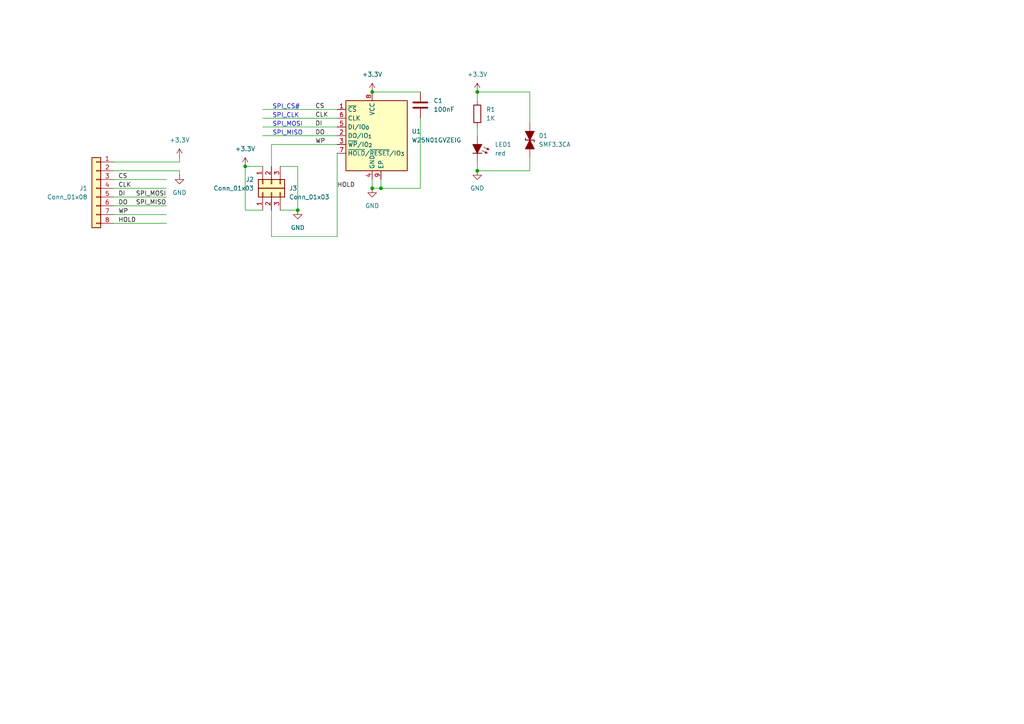
<source format=kicad_sch>
(kicad_sch
	(version 20250114)
	(generator "eeschema")
	(generator_version "9.0")
	(uuid "fcc0d5d0-ad92-4337-b08e-68b9b5859860")
	(paper "A4")
	(lib_symbols
		(symbol "Connector_Generic:Conn_01x03"
			(pin_names
				(offset 1.016)
				(hide yes)
			)
			(exclude_from_sim no)
			(in_bom yes)
			(on_board yes)
			(property "Reference" "J"
				(at 0 5.08 0)
				(effects
					(font
						(size 1.27 1.27)
					)
				)
			)
			(property "Value" "Conn_01x03"
				(at 0 -5.08 0)
				(effects
					(font
						(size 1.27 1.27)
					)
				)
			)
			(property "Footprint" ""
				(at 0 0 0)
				(effects
					(font
						(size 1.27 1.27)
					)
					(hide yes)
				)
			)
			(property "Datasheet" "~"
				(at 0 0 0)
				(effects
					(font
						(size 1.27 1.27)
					)
					(hide yes)
				)
			)
			(property "Description" "Generic connector, single row, 01x03, script generated (kicad-library-utils/schlib/autogen/connector/)"
				(at 0 0 0)
				(effects
					(font
						(size 1.27 1.27)
					)
					(hide yes)
				)
			)
			(property "ki_keywords" "connector"
				(at 0 0 0)
				(effects
					(font
						(size 1.27 1.27)
					)
					(hide yes)
				)
			)
			(property "ki_fp_filters" "Connector*:*_1x??_*"
				(at 0 0 0)
				(effects
					(font
						(size 1.27 1.27)
					)
					(hide yes)
				)
			)
			(symbol "Conn_01x03_1_1"
				(rectangle
					(start -1.27 3.81)
					(end 1.27 -3.81)
					(stroke
						(width 0.254)
						(type default)
					)
					(fill
						(type background)
					)
				)
				(rectangle
					(start -1.27 2.667)
					(end 0 2.413)
					(stroke
						(width 0.1524)
						(type default)
					)
					(fill
						(type none)
					)
				)
				(rectangle
					(start -1.27 0.127)
					(end 0 -0.127)
					(stroke
						(width 0.1524)
						(type default)
					)
					(fill
						(type none)
					)
				)
				(rectangle
					(start -1.27 -2.413)
					(end 0 -2.667)
					(stroke
						(width 0.1524)
						(type default)
					)
					(fill
						(type none)
					)
				)
				(pin passive line
					(at -5.08 2.54 0)
					(length 3.81)
					(name "Pin_1"
						(effects
							(font
								(size 1.27 1.27)
							)
						)
					)
					(number "1"
						(effects
							(font
								(size 1.27 1.27)
							)
						)
					)
				)
				(pin passive line
					(at -5.08 0 0)
					(length 3.81)
					(name "Pin_2"
						(effects
							(font
								(size 1.27 1.27)
							)
						)
					)
					(number "2"
						(effects
							(font
								(size 1.27 1.27)
							)
						)
					)
				)
				(pin passive line
					(at -5.08 -2.54 0)
					(length 3.81)
					(name "Pin_3"
						(effects
							(font
								(size 1.27 1.27)
							)
						)
					)
					(number "3"
						(effects
							(font
								(size 1.27 1.27)
							)
						)
					)
				)
			)
			(embedded_fonts no)
		)
		(symbol "Connector_Generic:Conn_01x08"
			(pin_names
				(offset 1.016)
				(hide yes)
			)
			(exclude_from_sim no)
			(in_bom yes)
			(on_board yes)
			(property "Reference" "J"
				(at 0 10.16 0)
				(effects
					(font
						(size 1.27 1.27)
					)
				)
			)
			(property "Value" "Conn_01x08"
				(at 0 -12.7 0)
				(effects
					(font
						(size 1.27 1.27)
					)
				)
			)
			(property "Footprint" ""
				(at 0 0 0)
				(effects
					(font
						(size 1.27 1.27)
					)
					(hide yes)
				)
			)
			(property "Datasheet" "~"
				(at 0 0 0)
				(effects
					(font
						(size 1.27 1.27)
					)
					(hide yes)
				)
			)
			(property "Description" "Generic connector, single row, 01x08, script generated (kicad-library-utils/schlib/autogen/connector/)"
				(at 0 0 0)
				(effects
					(font
						(size 1.27 1.27)
					)
					(hide yes)
				)
			)
			(property "ki_keywords" "connector"
				(at 0 0 0)
				(effects
					(font
						(size 1.27 1.27)
					)
					(hide yes)
				)
			)
			(property "ki_fp_filters" "Connector*:*_1x??_*"
				(at 0 0 0)
				(effects
					(font
						(size 1.27 1.27)
					)
					(hide yes)
				)
			)
			(symbol "Conn_01x08_1_1"
				(rectangle
					(start -1.27 8.89)
					(end 1.27 -11.43)
					(stroke
						(width 0.254)
						(type default)
					)
					(fill
						(type background)
					)
				)
				(rectangle
					(start -1.27 7.747)
					(end 0 7.493)
					(stroke
						(width 0.1524)
						(type default)
					)
					(fill
						(type none)
					)
				)
				(rectangle
					(start -1.27 5.207)
					(end 0 4.953)
					(stroke
						(width 0.1524)
						(type default)
					)
					(fill
						(type none)
					)
				)
				(rectangle
					(start -1.27 2.667)
					(end 0 2.413)
					(stroke
						(width 0.1524)
						(type default)
					)
					(fill
						(type none)
					)
				)
				(rectangle
					(start -1.27 0.127)
					(end 0 -0.127)
					(stroke
						(width 0.1524)
						(type default)
					)
					(fill
						(type none)
					)
				)
				(rectangle
					(start -1.27 -2.413)
					(end 0 -2.667)
					(stroke
						(width 0.1524)
						(type default)
					)
					(fill
						(type none)
					)
				)
				(rectangle
					(start -1.27 -4.953)
					(end 0 -5.207)
					(stroke
						(width 0.1524)
						(type default)
					)
					(fill
						(type none)
					)
				)
				(rectangle
					(start -1.27 -7.493)
					(end 0 -7.747)
					(stroke
						(width 0.1524)
						(type default)
					)
					(fill
						(type none)
					)
				)
				(rectangle
					(start -1.27 -10.033)
					(end 0 -10.287)
					(stroke
						(width 0.1524)
						(type default)
					)
					(fill
						(type none)
					)
				)
				(pin passive line
					(at -5.08 7.62 0)
					(length 3.81)
					(name "Pin_1"
						(effects
							(font
								(size 1.27 1.27)
							)
						)
					)
					(number "1"
						(effects
							(font
								(size 1.27 1.27)
							)
						)
					)
				)
				(pin passive line
					(at -5.08 5.08 0)
					(length 3.81)
					(name "Pin_2"
						(effects
							(font
								(size 1.27 1.27)
							)
						)
					)
					(number "2"
						(effects
							(font
								(size 1.27 1.27)
							)
						)
					)
				)
				(pin passive line
					(at -5.08 2.54 0)
					(length 3.81)
					(name "Pin_3"
						(effects
							(font
								(size 1.27 1.27)
							)
						)
					)
					(number "3"
						(effects
							(font
								(size 1.27 1.27)
							)
						)
					)
				)
				(pin passive line
					(at -5.08 0 0)
					(length 3.81)
					(name "Pin_4"
						(effects
							(font
								(size 1.27 1.27)
							)
						)
					)
					(number "4"
						(effects
							(font
								(size 1.27 1.27)
							)
						)
					)
				)
				(pin passive line
					(at -5.08 -2.54 0)
					(length 3.81)
					(name "Pin_5"
						(effects
							(font
								(size 1.27 1.27)
							)
						)
					)
					(number "5"
						(effects
							(font
								(size 1.27 1.27)
							)
						)
					)
				)
				(pin passive line
					(at -5.08 -5.08 0)
					(length 3.81)
					(name "Pin_6"
						(effects
							(font
								(size 1.27 1.27)
							)
						)
					)
					(number "6"
						(effects
							(font
								(size 1.27 1.27)
							)
						)
					)
				)
				(pin passive line
					(at -5.08 -7.62 0)
					(length 3.81)
					(name "Pin_7"
						(effects
							(font
								(size 1.27 1.27)
							)
						)
					)
					(number "7"
						(effects
							(font
								(size 1.27 1.27)
							)
						)
					)
				)
				(pin passive line
					(at -5.08 -10.16 0)
					(length 3.81)
					(name "Pin_8"
						(effects
							(font
								(size 1.27 1.27)
							)
						)
					)
					(number "8"
						(effects
							(font
								(size 1.27 1.27)
							)
						)
					)
				)
			)
			(embedded_fonts no)
		)
		(symbol "Library:SMF3.3CA"
			(pin_numbers
				(hide yes)
			)
			(pin_names
				(offset 1.016)
				(hide yes)
			)
			(exclude_from_sim no)
			(in_bom yes)
			(on_board yes)
			(property "Reference" "D"
				(at 0 5.08 0)
				(effects
					(font
						(size 1.27 1.27)
					)
				)
			)
			(property "Value" "SMF3.3CA"
				(at 0 2.54 0)
				(effects
					(font
						(size 1.27 1.27)
					)
				)
			)
			(property "Footprint" "PCM_Diode_SMD_AKL:D_SOD-123F"
				(at 0 0 0)
				(effects
					(font
						(size 1.27 1.27)
					)
					(hide yes)
				)
			)
			(property "Datasheet" "https://item.szlcsc.com/48682096.html?fromZone=s_s__%2522SMF3.3CA%2522&spm=sc.gb.xh1.zy.n___sc.it.hd.ss&lcsc_vid=RVRcUVYDElFdXlJeRAALAwJQTwNeBgZeQ1QMUwJSRlQxVlNSQVZWVV1VR1lXVTtW"
				(at 0 0 0)
				(effects
					(font
						(size 1.27 1.27)
					)
					(hide yes)
				)
			)
			(property "Description" "SOD-123F Bidirectional TVS Diode, 5V, 200W, Alternate KiCAD Library"
				(at 0 0 0)
				(effects
					(font
						(size 1.27 1.27)
					)
					(hide yes)
				)
			)
			(property "ki_keywords" "diode TVS bidirectional SMF-CA"
				(at 0 0 0)
				(effects
					(font
						(size 1.27 1.27)
					)
					(hide yes)
				)
			)
			(property "ki_fp_filters" "TO-???* *_Diode_* *SingleDiode* D_*"
				(at 0 0 0)
				(effects
					(font
						(size 1.27 1.27)
					)
					(hide yes)
				)
			)
			(symbol "SMF3.3CA_0_1"
				(polyline
					(pts
						(xy 0 1.27) (xy 0 -1.27)
					)
					(stroke
						(width 0.254)
						(type default)
					)
					(fill
						(type none)
					)
				)
				(polyline
					(pts
						(xy 0 1.27) (xy 0.508 1.27)
					)
					(stroke
						(width 0.254)
						(type default)
					)
					(fill
						(type none)
					)
				)
				(polyline
					(pts
						(xy 0 0) (xy -2.54 1.27) (xy -2.54 -1.27) (xy 0 0)
					)
					(stroke
						(width 0.254)
						(type default)
					)
					(fill
						(type outline)
					)
				)
				(polyline
					(pts
						(xy 0 -1.27) (xy -0.508 -1.27)
					)
					(stroke
						(width 0.254)
						(type default)
					)
					(fill
						(type none)
					)
				)
				(polyline
					(pts
						(xy 1.27 0) (xy -1.27 0)
					)
					(stroke
						(width 0)
						(type default)
					)
					(fill
						(type none)
					)
				)
				(polyline
					(pts
						(xy 2.54 1.27) (xy 2.54 -1.27) (xy 0 0) (xy 2.54 1.27)
					)
					(stroke
						(width 0.254)
						(type default)
					)
					(fill
						(type outline)
					)
				)
			)
			(symbol "SMF3.3CA_0_2"
				(polyline
					(pts
						(xy -3.81 -3.81) (xy 3.81 3.81)
					)
					(stroke
						(width 0)
						(type default)
					)
					(fill
						(type none)
					)
				)
				(polyline
					(pts
						(xy -1.778 -1.778) (xy -2.667 -0.889) (xy 0 0) (xy -0.889 -2.667) (xy -1.778 -1.778)
					)
					(stroke
						(width 0.254)
						(type default)
					)
					(fill
						(type outline)
					)
				)
				(polyline
					(pts
						(xy -0.889 0.889) (xy -1.27 0.508)
					)
					(stroke
						(width 0.254)
						(type default)
					)
					(fill
						(type none)
					)
				)
				(polyline
					(pts
						(xy -0.889 0.889) (xy 0.889 -0.889)
					)
					(stroke
						(width 0.254)
						(type default)
					)
					(fill
						(type none)
					)
				)
				(polyline
					(pts
						(xy 0.889 -0.889) (xy 1.27 -0.508)
					)
					(stroke
						(width 0.254)
						(type default)
					)
					(fill
						(type none)
					)
				)
				(polyline
					(pts
						(xy 1.778 1.778) (xy 2.667 0.889) (xy 0 0) (xy 0.889 2.667) (xy 1.778 1.778)
					)
					(stroke
						(width 0.254)
						(type default)
					)
					(fill
						(type outline)
					)
				)
			)
			(symbol "SMF3.3CA_1_1"
				(pin passive line
					(at -5.08 0 0)
					(length 2.54)
					(name "K"
						(effects
							(font
								(size 1.27 1.27)
							)
						)
					)
					(number "1"
						(effects
							(font
								(size 1.27 1.27)
							)
						)
					)
				)
				(pin passive line
					(at 5.08 0 180)
					(length 2.54)
					(name "A"
						(effects
							(font
								(size 1.27 1.27)
							)
						)
					)
					(number "2"
						(effects
							(font
								(size 1.27 1.27)
							)
						)
					)
				)
			)
			(symbol "SMF3.3CA_1_2"
				(pin passive line
					(at -3.81 -3.81 0)
					(length 0)
					(name "A"
						(effects
							(font
								(size 1.27 1.27)
							)
						)
					)
					(number "2"
						(effects
							(font
								(size 1.27 1.27)
							)
						)
					)
				)
				(pin passive line
					(at 3.81 3.81 180)
					(length 0)
					(name "K"
						(effects
							(font
								(size 1.27 1.27)
							)
						)
					)
					(number "1"
						(effects
							(font
								(size 1.27 1.27)
							)
						)
					)
				)
			)
			(embedded_fonts no)
		)
		(symbol "Library:W25N01GVZEIG"
			(exclude_from_sim no)
			(in_bom yes)
			(on_board yes)
			(property "Reference" "U"
				(at -6.35 11.43 0)
				(effects
					(font
						(size 1.27 1.27)
					)
				)
			)
			(property "Value" "W25N01GVZEIG"
				(at 7.62 11.43 0)
				(effects
					(font
						(size 1.27 1.27)
					)
				)
			)
			(property "Footprint" "Package_SON:WSON-8-1EP_8x6mm_P1.27mm_EP3.4x4.3mm"
				(at 0 0 0)
				(effects
					(font
						(size 1.27 1.27)
					)
					(hide yes)
				)
			)
			(property "Datasheet" "https://www.jlc-smt.com/lcsc/detail?componentCode=C88868"
				(at 0 -2.54 0)
				(effects
					(font
						(size 1.27 1.27)
					)
					(hide yes)
				)
			)
			(property "Description" "32Mbit / 4MiB Serial Flash Memory, Standard/Dual/Quad SPI, 2.7-3.6V, WSON-8"
				(at 0 0 0)
				(effects
					(font
						(size 1.27 1.27)
					)
					(hide yes)
				)
			)
			(property "ki_keywords" "flash memory SPI"
				(at 0 0 0)
				(effects
					(font
						(size 1.27 1.27)
					)
					(hide yes)
				)
			)
			(property "ki_fp_filters" "WSON*1EP*6x5mm*P1.27mm*"
				(at 0 0 0)
				(effects
					(font
						(size 1.27 1.27)
					)
					(hide yes)
				)
			)
			(symbol "W25N01GVZEIG_0_1"
				(rectangle
					(start -7.62 10.16)
					(end 10.16 -10.16)
					(stroke
						(width 0.254)
						(type default)
					)
					(fill
						(type background)
					)
				)
			)
			(symbol "W25N01GVZEIG_1_1"
				(pin input line
					(at -10.16 7.62 0)
					(length 2.54)
					(name "~{CS}"
						(effects
							(font
								(size 1.27 1.27)
							)
						)
					)
					(number "1"
						(effects
							(font
								(size 1.27 1.27)
							)
						)
					)
				)
				(pin input line
					(at -10.16 5.08 0)
					(length 2.54)
					(name "CLK"
						(effects
							(font
								(size 1.27 1.27)
							)
						)
					)
					(number "6"
						(effects
							(font
								(size 1.27 1.27)
							)
						)
					)
				)
				(pin bidirectional line
					(at -10.16 2.54 0)
					(length 2.54)
					(name "DI/IO_{0}"
						(effects
							(font
								(size 1.27 1.27)
							)
						)
					)
					(number "5"
						(effects
							(font
								(size 1.27 1.27)
							)
						)
					)
				)
				(pin bidirectional line
					(at -10.16 0 0)
					(length 2.54)
					(name "DO/IO_{1}"
						(effects
							(font
								(size 1.27 1.27)
							)
						)
					)
					(number "2"
						(effects
							(font
								(size 1.27 1.27)
							)
						)
					)
				)
				(pin bidirectional line
					(at -10.16 -2.54 0)
					(length 2.54)
					(name "~{WP}/IO_{2}"
						(effects
							(font
								(size 1.27 1.27)
							)
						)
					)
					(number "3"
						(effects
							(font
								(size 1.27 1.27)
							)
						)
					)
				)
				(pin bidirectional line
					(at -10.16 -5.08 0)
					(length 2.54)
					(name "~{HOLD}/~{RESET}/IO_{3}"
						(effects
							(font
								(size 1.27 1.27)
							)
						)
					)
					(number "7"
						(effects
							(font
								(size 1.27 1.27)
							)
						)
					)
				)
				(pin power_in line
					(at 0 12.7 270)
					(length 2.54)
					(name "VCC"
						(effects
							(font
								(size 1.27 1.27)
							)
						)
					)
					(number "8"
						(effects
							(font
								(size 1.27 1.27)
							)
						)
					)
				)
				(pin power_in line
					(at 0 -12.7 90)
					(length 2.54)
					(name "GND"
						(effects
							(font
								(size 1.27 1.27)
							)
						)
					)
					(number "4"
						(effects
							(font
								(size 1.27 1.27)
							)
						)
					)
				)
				(pin passive line
					(at 2.54 -12.7 90)
					(length 2.54)
					(name "EP"
						(effects
							(font
								(size 1.27 1.27)
							)
						)
					)
					(number "9"
						(effects
							(font
								(size 1.27 1.27)
							)
						)
					)
				)
			)
			(embedded_fonts no)
		)
		(symbol "PCM_Capacitor_AKL:C_1206"
			(pin_numbers
				(hide yes)
			)
			(pin_names
				(offset 0.254)
			)
			(exclude_from_sim no)
			(in_bom yes)
			(on_board yes)
			(property "Reference" "C"
				(at 0.635 2.54 0)
				(effects
					(font
						(size 1.27 1.27)
					)
					(justify left)
				)
			)
			(property "Value" "C_1206"
				(at 0.635 -2.54 0)
				(effects
					(font
						(size 1.27 1.27)
					)
					(justify left)
				)
			)
			(property "Footprint" "PCM_Capacitor_SMD_AKL:C_1206_3216Metric"
				(at 0.9652 -3.81 0)
				(effects
					(font
						(size 1.27 1.27)
					)
					(hide yes)
				)
			)
			(property "Datasheet" "~"
				(at 0 0 0)
				(effects
					(font
						(size 1.27 1.27)
					)
					(hide yes)
				)
			)
			(property "Description" "SMD 1206 MLCC capacitor, Alternate KiCad Library"
				(at 0 0 0)
				(effects
					(font
						(size 1.27 1.27)
					)
					(hide yes)
				)
			)
			(property "ki_keywords" "cap capacitor ceramic chip mlcc smd 1206"
				(at 0 0 0)
				(effects
					(font
						(size 1.27 1.27)
					)
					(hide yes)
				)
			)
			(property "ki_fp_filters" "C_*"
				(at 0 0 0)
				(effects
					(font
						(size 1.27 1.27)
					)
					(hide yes)
				)
			)
			(symbol "C_1206_0_1"
				(polyline
					(pts
						(xy -2.032 0.762) (xy 2.032 0.762)
					)
					(stroke
						(width 0.508)
						(type default)
					)
					(fill
						(type none)
					)
				)
				(polyline
					(pts
						(xy -2.032 -0.762) (xy 2.032 -0.762)
					)
					(stroke
						(width 0.508)
						(type default)
					)
					(fill
						(type none)
					)
				)
			)
			(symbol "C_1206_0_2"
				(polyline
					(pts
						(xy -2.54 -2.54) (xy -0.381 -0.381)
					)
					(stroke
						(width 0)
						(type default)
					)
					(fill
						(type none)
					)
				)
				(polyline
					(pts
						(xy -0.508 -0.508) (xy -1.651 0.635)
					)
					(stroke
						(width 0.508)
						(type default)
					)
					(fill
						(type none)
					)
				)
				(polyline
					(pts
						(xy -0.508 -0.508) (xy 0.635 -1.651)
					)
					(stroke
						(width 0.508)
						(type default)
					)
					(fill
						(type none)
					)
				)
				(polyline
					(pts
						(xy 0.381 0.381) (xy 2.54 2.54)
					)
					(stroke
						(width 0)
						(type default)
					)
					(fill
						(type none)
					)
				)
				(polyline
					(pts
						(xy 0.508 0.508) (xy -0.635 1.651)
					)
					(stroke
						(width 0.508)
						(type default)
					)
					(fill
						(type none)
					)
				)
				(polyline
					(pts
						(xy 0.508 0.508) (xy 1.651 -0.635)
					)
					(stroke
						(width 0.508)
						(type default)
					)
					(fill
						(type none)
					)
				)
			)
			(symbol "C_1206_1_1"
				(pin passive line
					(at 0 3.81 270)
					(length 2.794)
					(name "~"
						(effects
							(font
								(size 1.27 1.27)
							)
						)
					)
					(number "1"
						(effects
							(font
								(size 1.27 1.27)
							)
						)
					)
				)
				(pin passive line
					(at 0 -3.81 90)
					(length 2.794)
					(name "~"
						(effects
							(font
								(size 1.27 1.27)
							)
						)
					)
					(number "2"
						(effects
							(font
								(size 1.27 1.27)
							)
						)
					)
				)
			)
			(symbol "C_1206_1_2"
				(pin passive line
					(at -2.54 -2.54 90)
					(length 0)
					(name "~"
						(effects
							(font
								(size 1.27 1.27)
							)
						)
					)
					(number "2"
						(effects
							(font
								(size 1.27 1.27)
							)
						)
					)
				)
				(pin passive line
					(at 2.54 2.54 270)
					(length 0)
					(name "~"
						(effects
							(font
								(size 1.27 1.27)
							)
						)
					)
					(number "1"
						(effects
							(font
								(size 1.27 1.27)
							)
						)
					)
				)
			)
			(embedded_fonts no)
		)
		(symbol "PCM_LED_AKL:LED_1206"
			(pin_numbers
				(hide yes)
			)
			(pin_names
				(offset 1.016)
				(hide yes)
			)
			(exclude_from_sim no)
			(in_bom yes)
			(on_board yes)
			(property "Reference" "LED"
				(at 0 7.62 0)
				(effects
					(font
						(size 1.27 1.27)
					)
				)
			)
			(property "Value" "LED_1206"
				(at 0 5.08 0)
				(effects
					(font
						(size 1.27 1.27)
					)
				)
			)
			(property "Footprint" "PCM_LED_SMD_AKL:LED_1206_3216Metric"
				(at 0 0 0)
				(effects
					(font
						(size 1.27 1.27)
					)
					(hide yes)
				)
			)
			(property "Datasheet" "~"
				(at 0 0 0)
				(effects
					(font
						(size 1.27 1.27)
					)
					(hide yes)
				)
			)
			(property "Description" "SMD LED, 1206, Alternate KiCad Library"
				(at 0 0 0)
				(effects
					(font
						(size 1.27 1.27)
					)
					(hide yes)
				)
			)
			(property "ki_keywords" "LED diode generic smd 1206"
				(at 0 0 0)
				(effects
					(font
						(size 1.27 1.27)
					)
					(hide yes)
				)
			)
			(property "ki_fp_filters" "LED* LED_SMD:* LED_THT:*"
				(at 0 0 0)
				(effects
					(font
						(size 1.27 1.27)
					)
					(hide yes)
				)
			)
			(symbol "LED_1206_0_1"
				(polyline
					(pts
						(xy -1.27 1.27) (xy -1.27 -1.27) (xy 1.27 0) (xy -1.27 1.27)
					)
					(stroke
						(width 0.254)
						(type default)
					)
					(fill
						(type outline)
					)
				)
				(polyline
					(pts
						(xy -0.508 1.905) (xy 0.254 3.429)
					)
					(stroke
						(width 0.1524)
						(type default)
					)
					(fill
						(type none)
					)
				)
				(polyline
					(pts
						(xy 0 2.921) (xy -0.254 3.048)
					)
					(stroke
						(width 0.1524)
						(type default)
					)
					(fill
						(type none)
					)
				)
				(polyline
					(pts
						(xy 0 2.921) (xy 0.254 2.794)
					)
					(stroke
						(width 0.1524)
						(type default)
					)
					(fill
						(type none)
					)
				)
				(polyline
					(pts
						(xy 0.254 2.794) (xy -0.254 3.048) (xy 0.254 3.429) (xy 0.254 2.794)
					)
					(stroke
						(width 0.1524)
						(type default)
					)
					(fill
						(type outline)
					)
				)
				(polyline
					(pts
						(xy 0.508 1.397) (xy 1.27 2.921)
					)
					(stroke
						(width 0.1524)
						(type default)
					)
					(fill
						(type none)
					)
				)
				(polyline
					(pts
						(xy 1.016 2.413) (xy 0.762 2.54)
					)
					(stroke
						(width 0.1524)
						(type default)
					)
					(fill
						(type none)
					)
				)
				(polyline
					(pts
						(xy 1.016 2.413) (xy 1.27 2.286)
					)
					(stroke
						(width 0.1524)
						(type default)
					)
					(fill
						(type none)
					)
				)
				(polyline
					(pts
						(xy 1.27 2.286) (xy 0.762 2.54) (xy 1.27 2.921) (xy 1.27 2.286)
					)
					(stroke
						(width 0.1524)
						(type default)
					)
					(fill
						(type outline)
					)
				)
				(polyline
					(pts
						(xy 1.27 1.27) (xy 1.27 -1.27)
					)
					(stroke
						(width 0.254)
						(type default)
					)
					(fill
						(type none)
					)
				)
				(polyline
					(pts
						(xy 1.27 0) (xy -1.27 0)
					)
					(stroke
						(width 0)
						(type default)
					)
					(fill
						(type none)
					)
				)
			)
			(symbol "LED_1206_0_2"
				(polyline
					(pts
						(xy -2.54 -2.54) (xy 2.54 2.54)
					)
					(stroke
						(width 0)
						(type default)
					)
					(fill
						(type none)
					)
				)
				(polyline
					(pts
						(xy -2.159 2.413) (xy -2.286 1.778) (xy -1.6764 1.9812) (xy -2.159 2.413)
					)
					(stroke
						(width 0)
						(type default)
					)
					(fill
						(type outline)
					)
				)
				(polyline
					(pts
						(xy -1.651 0.889) (xy -2.159 2.413)
					)
					(stroke
						(width 0)
						(type default)
					)
					(fill
						(type none)
					)
				)
				(polyline
					(pts
						(xy -1.016 2.794) (xy -1.143 2.159) (xy -0.5334 2.3622) (xy -1.016 2.794)
					)
					(stroke
						(width 0)
						(type default)
					)
					(fill
						(type outline)
					)
				)
				(polyline
					(pts
						(xy -0.889 -0.889) (xy -1.778 0) (xy 0.889 0.889) (xy 0 -1.778) (xy -0.889 -0.889)
					)
					(stroke
						(width 0.254)
						(type default)
					)
					(fill
						(type outline)
					)
				)
				(polyline
					(pts
						(xy -0.508 1.27) (xy -1.016 2.794)
					)
					(stroke
						(width 0)
						(type default)
					)
					(fill
						(type none)
					)
				)
				(polyline
					(pts
						(xy 0 1.778) (xy 1.778 0)
					)
					(stroke
						(width 0.254)
						(type default)
					)
					(fill
						(type none)
					)
				)
			)
			(symbol "LED_1206_1_1"
				(pin passive line
					(at -3.81 0 0)
					(length 2.54)
					(name "A"
						(effects
							(font
								(size 1.27 1.27)
							)
						)
					)
					(number "2"
						(effects
							(font
								(size 1.27 1.27)
							)
						)
					)
				)
				(pin passive line
					(at 3.81 0 180)
					(length 2.54)
					(name "K"
						(effects
							(font
								(size 1.27 1.27)
							)
						)
					)
					(number "1"
						(effects
							(font
								(size 1.27 1.27)
							)
						)
					)
				)
			)
			(symbol "LED_1206_1_2"
				(pin passive line
					(at -2.54 -2.54 0)
					(length 0)
					(name "A"
						(effects
							(font
								(size 1.27 1.27)
							)
						)
					)
					(number "2"
						(effects
							(font
								(size 1.27 1.27)
							)
						)
					)
				)
				(pin passive line
					(at 2.54 2.54 180)
					(length 0)
					(name "K"
						(effects
							(font
								(size 1.27 1.27)
							)
						)
					)
					(number "1"
						(effects
							(font
								(size 1.27 1.27)
							)
						)
					)
				)
			)
			(embedded_fonts no)
		)
		(symbol "PCM_Resistor_AKL:R_1206"
			(pin_numbers
				(hide yes)
			)
			(pin_names
				(offset 0)
			)
			(exclude_from_sim no)
			(in_bom yes)
			(on_board yes)
			(property "Reference" "R"
				(at 2.54 1.27 0)
				(effects
					(font
						(size 1.27 1.27)
					)
					(justify left)
				)
			)
			(property "Value" "R_1206"
				(at 2.54 -1.27 0)
				(effects
					(font
						(size 1.27 1.27)
					)
					(justify left)
				)
			)
			(property "Footprint" "PCM_Resistor_SMD_AKL:R_1206_3216Metric"
				(at 0 -11.43 0)
				(effects
					(font
						(size 1.27 1.27)
					)
					(hide yes)
				)
			)
			(property "Datasheet" "~"
				(at 0 0 0)
				(effects
					(font
						(size 1.27 1.27)
					)
					(hide yes)
				)
			)
			(property "Description" "SMD 1206 Chip Resistor, European Symbol, Alternate KiCad Library"
				(at 0 0 0)
				(effects
					(font
						(size 1.27 1.27)
					)
					(hide yes)
				)
			)
			(property "ki_keywords" "R res resistor eu  smd 1206"
				(at 0 0 0)
				(effects
					(font
						(size 1.27 1.27)
					)
					(hide yes)
				)
			)
			(property "ki_fp_filters" "R_*"
				(at 0 0 0)
				(effects
					(font
						(size 1.27 1.27)
					)
					(hide yes)
				)
			)
			(symbol "R_1206_0_1"
				(rectangle
					(start -1.016 2.54)
					(end 1.016 -2.54)
					(stroke
						(width 0.254)
						(type default)
					)
					(fill
						(type none)
					)
				)
			)
			(symbol "R_1206_0_2"
				(polyline
					(pts
						(xy -2.54 -2.54) (xy -1.524 -1.524)
					)
					(stroke
						(width 0)
						(type default)
					)
					(fill
						(type none)
					)
				)
				(polyline
					(pts
						(xy 1.524 1.524) (xy 2.54 2.54)
					)
					(stroke
						(width 0)
						(type default)
					)
					(fill
						(type none)
					)
				)
				(polyline
					(pts
						(xy 1.524 1.524) (xy 0.889 2.159) (xy -2.159 -0.889) (xy -0.889 -2.159) (xy 2.159 0.889) (xy 1.524 1.524)
					)
					(stroke
						(width 0.254)
						(type default)
					)
					(fill
						(type none)
					)
				)
			)
			(symbol "R_1206_1_1"
				(pin passive line
					(at 0 3.81 270)
					(length 1.27)
					(name "~"
						(effects
							(font
								(size 1.27 1.27)
							)
						)
					)
					(number "1"
						(effects
							(font
								(size 1.27 1.27)
							)
						)
					)
				)
				(pin passive line
					(at 0 -3.81 90)
					(length 1.27)
					(name "~"
						(effects
							(font
								(size 1.27 1.27)
							)
						)
					)
					(number "2"
						(effects
							(font
								(size 1.27 1.27)
							)
						)
					)
				)
			)
			(symbol "R_1206_1_2"
				(pin passive line
					(at -2.54 -2.54 0)
					(length 0)
					(name ""
						(effects
							(font
								(size 1.27 1.27)
							)
						)
					)
					(number "2"
						(effects
							(font
								(size 1.27 1.27)
							)
						)
					)
				)
				(pin passive line
					(at 2.54 2.54 180)
					(length 0)
					(name ""
						(effects
							(font
								(size 1.27 1.27)
							)
						)
					)
					(number "1"
						(effects
							(font
								(size 1.27 1.27)
							)
						)
					)
				)
			)
			(embedded_fonts no)
		)
		(symbol "power:+3.3V"
			(power)
			(pin_numbers
				(hide yes)
			)
			(pin_names
				(offset 0)
				(hide yes)
			)
			(exclude_from_sim no)
			(in_bom yes)
			(on_board yes)
			(property "Reference" "#PWR"
				(at 0 -3.81 0)
				(effects
					(font
						(size 1.27 1.27)
					)
					(hide yes)
				)
			)
			(property "Value" "+3.3V"
				(at 0 3.556 0)
				(effects
					(font
						(size 1.27 1.27)
					)
				)
			)
			(property "Footprint" ""
				(at 0 0 0)
				(effects
					(font
						(size 1.27 1.27)
					)
					(hide yes)
				)
			)
			(property "Datasheet" ""
				(at 0 0 0)
				(effects
					(font
						(size 1.27 1.27)
					)
					(hide yes)
				)
			)
			(property "Description" "Power symbol creates a global label with name \"+3.3V\""
				(at 0 0 0)
				(effects
					(font
						(size 1.27 1.27)
					)
					(hide yes)
				)
			)
			(property "ki_keywords" "global power"
				(at 0 0 0)
				(effects
					(font
						(size 1.27 1.27)
					)
					(hide yes)
				)
			)
			(symbol "+3.3V_0_1"
				(polyline
					(pts
						(xy -0.762 1.27) (xy 0 2.54)
					)
					(stroke
						(width 0)
						(type default)
					)
					(fill
						(type none)
					)
				)
				(polyline
					(pts
						(xy 0 2.54) (xy 0.762 1.27)
					)
					(stroke
						(width 0)
						(type default)
					)
					(fill
						(type none)
					)
				)
				(polyline
					(pts
						(xy 0 0) (xy 0 2.54)
					)
					(stroke
						(width 0)
						(type default)
					)
					(fill
						(type none)
					)
				)
			)
			(symbol "+3.3V_1_1"
				(pin power_in line
					(at 0 0 90)
					(length 0)
					(name "~"
						(effects
							(font
								(size 1.27 1.27)
							)
						)
					)
					(number "1"
						(effects
							(font
								(size 1.27 1.27)
							)
						)
					)
				)
			)
			(embedded_fonts no)
		)
		(symbol "power:GND"
			(power)
			(pin_numbers
				(hide yes)
			)
			(pin_names
				(offset 0)
				(hide yes)
			)
			(exclude_from_sim no)
			(in_bom yes)
			(on_board yes)
			(property "Reference" "#PWR"
				(at 0 -6.35 0)
				(effects
					(font
						(size 1.27 1.27)
					)
					(hide yes)
				)
			)
			(property "Value" "GND"
				(at 0 -3.81 0)
				(effects
					(font
						(size 1.27 1.27)
					)
				)
			)
			(property "Footprint" ""
				(at 0 0 0)
				(effects
					(font
						(size 1.27 1.27)
					)
					(hide yes)
				)
			)
			(property "Datasheet" ""
				(at 0 0 0)
				(effects
					(font
						(size 1.27 1.27)
					)
					(hide yes)
				)
			)
			(property "Description" "Power symbol creates a global label with name \"GND\" , ground"
				(at 0 0 0)
				(effects
					(font
						(size 1.27 1.27)
					)
					(hide yes)
				)
			)
			(property "ki_keywords" "global power"
				(at 0 0 0)
				(effects
					(font
						(size 1.27 1.27)
					)
					(hide yes)
				)
			)
			(symbol "GND_0_1"
				(polyline
					(pts
						(xy 0 0) (xy 0 -1.27) (xy 1.27 -1.27) (xy 0 -2.54) (xy -1.27 -1.27) (xy 0 -1.27)
					)
					(stroke
						(width 0)
						(type default)
					)
					(fill
						(type none)
					)
				)
			)
			(symbol "GND_1_1"
				(pin power_in line
					(at 0 0 270)
					(length 0)
					(name "~"
						(effects
							(font
								(size 1.27 1.27)
							)
						)
					)
					(number "1"
						(effects
							(font
								(size 1.27 1.27)
							)
						)
					)
				)
			)
			(embedded_fonts no)
		)
	)
	(text "SPI_CS#"
		(exclude_from_sim no)
		(at 78.994 31.75 0)
		(effects
			(font
				(size 1.27 1.27)
			)
			(justify left bottom)
		)
		(uuid "172d764e-2b3c-4cb0-b8d4-78d6cabc610b")
	)
	(text "SPI_CLK"
		(exclude_from_sim no)
		(at 78.994 34.29 0)
		(effects
			(font
				(size 1.27 1.27)
			)
			(justify left bottom)
		)
		(uuid "240897e6-6431-4b57-9580-e3a8eef7c231")
	)
	(text "SPI_MOSI"
		(exclude_from_sim no)
		(at 78.994 36.83 0)
		(effects
			(font
				(size 1.27 1.27)
			)
			(justify left bottom)
		)
		(uuid "a3476cf2-dca4-4b78-a2b7-5882e7c0e92f")
	)
	(text "SPI_MISO"
		(exclude_from_sim no)
		(at 78.994 39.37 0)
		(effects
			(font
				(size 1.27 1.27)
			)
			(justify left bottom)
		)
		(uuid "afddcc6d-6541-486a-b7aa-20ad9917867d")
	)
	(junction
		(at 107.95 26.67)
		(diameter 0)
		(color 0 0 0 0)
		(uuid "0c39a37f-2648-46fe-8321-e8224df09908")
	)
	(junction
		(at 107.95 54.61)
		(diameter 0)
		(color 0 0 0 0)
		(uuid "527c7885-5539-4296-86c3-7ca508e84226")
	)
	(junction
		(at 138.43 49.53)
		(diameter 0)
		(color 0 0 0 0)
		(uuid "60e2ec4f-40ab-49a2-b39c-f13c3ff40371")
	)
	(junction
		(at 86.36 60.96)
		(diameter 0)
		(color 0 0 0 0)
		(uuid "61561c3b-4395-4bc0-8d6f-fa7d0023c94b")
	)
	(junction
		(at 71.12 48.26)
		(diameter 0)
		(color 0 0 0 0)
		(uuid "662495b1-556e-4456-848f-9ac7026fae99")
	)
	(junction
		(at 110.49 54.61)
		(diameter 0)
		(color 0 0 0 0)
		(uuid "73399546-a0b1-4e19-a994-cbb69258e616")
	)
	(junction
		(at 138.43 26.67)
		(diameter 0)
		(color 0 0 0 0)
		(uuid "8f48d90f-057d-45d4-9421-19f2c9c00228")
	)
	(wire
		(pts
			(xy 81.28 60.96) (xy 86.36 60.96)
		)
		(stroke
			(width 0)
			(type default)
		)
		(uuid "00a73ea0-59c6-48d9-9532-5a5c518f45c9")
	)
	(wire
		(pts
			(xy 78.74 68.58) (xy 78.74 60.96)
		)
		(stroke
			(width 0)
			(type default)
		)
		(uuid "12b617e2-6f04-4029-96dd-e11874ac48f7")
	)
	(wire
		(pts
			(xy 153.67 45.72) (xy 153.67 49.53)
		)
		(stroke
			(width 0)
			(type default)
		)
		(uuid "214c0491-e3d1-4aae-8c28-6f1c74721d74")
	)
	(wire
		(pts
			(xy 33.02 64.77) (xy 48.26 64.77)
		)
		(stroke
			(width 0)
			(type default)
		)
		(uuid "24f48ea8-0bf7-433b-85c7-db21f9432ea8")
	)
	(wire
		(pts
			(xy 138.43 26.67) (xy 153.67 26.67)
		)
		(stroke
			(width 0)
			(type default)
		)
		(uuid "3857f7f0-348c-45e6-a58a-e0271dbe8108")
	)
	(wire
		(pts
			(xy 107.95 54.61) (xy 110.49 54.61)
		)
		(stroke
			(width 0)
			(type default)
		)
		(uuid "3a04bc00-6bdf-4943-ae63-4549c640fb22")
	)
	(wire
		(pts
			(xy 97.79 44.45) (xy 97.79 68.58)
		)
		(stroke
			(width 0)
			(type default)
		)
		(uuid "41bb69e6-b504-46c1-a479-3464238ebaf1")
	)
	(wire
		(pts
			(xy 110.49 52.07) (xy 110.49 54.61)
		)
		(stroke
			(width 0)
			(type default)
		)
		(uuid "457343f3-58bb-4a6f-8e85-cd88557cf189")
	)
	(wire
		(pts
			(xy 33.02 57.15) (xy 48.26 57.15)
		)
		(stroke
			(width 0)
			(type default)
		)
		(uuid "54e663a3-61e9-420a-ad57-31b65db46ac9")
	)
	(wire
		(pts
			(xy 97.79 41.91) (xy 78.74 41.91)
		)
		(stroke
			(width 0)
			(type default)
		)
		(uuid "5be9c9c3-cb0e-4b50-9fcb-90cd956ceac7")
	)
	(wire
		(pts
			(xy 33.02 49.53) (xy 52.07 49.53)
		)
		(stroke
			(width 0)
			(type default)
		)
		(uuid "5fb8b7b3-a5cb-460c-8f5b-a01d74ab1d8d")
	)
	(wire
		(pts
			(xy 33.02 52.07) (xy 48.26 52.07)
		)
		(stroke
			(width 0)
			(type default)
		)
		(uuid "65ae5552-a36d-4dee-b922-911b8211621c")
	)
	(wire
		(pts
			(xy 86.36 48.26) (xy 86.36 60.96)
		)
		(stroke
			(width 0)
			(type default)
		)
		(uuid "6ca86d28-89f7-43ff-8ada-a43dfca7f436")
	)
	(wire
		(pts
			(xy 76.2 39.37) (xy 97.79 39.37)
		)
		(stroke
			(width 0)
			(type default)
		)
		(uuid "733b5644-c394-4994-8c14-4d98420b672f")
	)
	(wire
		(pts
			(xy 138.43 46.99) (xy 138.43 49.53)
		)
		(stroke
			(width 0)
			(type default)
		)
		(uuid "7565de1c-be72-4459-a911-cf98acc0c52b")
	)
	(wire
		(pts
			(xy 121.92 34.29) (xy 121.92 54.61)
		)
		(stroke
			(width 0)
			(type default)
		)
		(uuid "76a3b927-1a09-4664-9c8c-c6f9d0993ecd")
	)
	(wire
		(pts
			(xy 33.02 54.61) (xy 48.26 54.61)
		)
		(stroke
			(width 0)
			(type default)
		)
		(uuid "79dca0ff-d0c1-44f5-91fe-a1f675cc1352")
	)
	(wire
		(pts
			(xy 33.02 62.23) (xy 48.26 62.23)
		)
		(stroke
			(width 0)
			(type default)
		)
		(uuid "81ddcbfb-fabb-4e1a-b31a-4d99dd6f6159")
	)
	(wire
		(pts
			(xy 138.43 36.83) (xy 138.43 39.37)
		)
		(stroke
			(width 0)
			(type default)
		)
		(uuid "9f2a3c6d-7971-4e24-95d6-c8b051a0a807")
	)
	(wire
		(pts
			(xy 76.2 36.83) (xy 97.79 36.83)
		)
		(stroke
			(width 0)
			(type default)
		)
		(uuid "a189ea66-4c14-4aac-b0ef-392a3303ed52")
	)
	(wire
		(pts
			(xy 71.12 48.26) (xy 71.12 60.96)
		)
		(stroke
			(width 0)
			(type default)
		)
		(uuid "a2d07ec5-08b9-4e51-a0c9-75165d60debe")
	)
	(wire
		(pts
			(xy 52.07 45.72) (xy 52.07 46.99)
		)
		(stroke
			(width 0)
			(type default)
		)
		(uuid "a49dc26b-12c0-474f-aed4-824c0af9dc45")
	)
	(wire
		(pts
			(xy 107.95 26.67) (xy 121.92 26.67)
		)
		(stroke
			(width 0)
			(type default)
		)
		(uuid "b0075aad-e93d-4aeb-8046-2f7c6488cc85")
	)
	(wire
		(pts
			(xy 78.74 41.91) (xy 78.74 48.26)
		)
		(stroke
			(width 0)
			(type default)
		)
		(uuid "b64d7631-c5a8-44bb-b4de-80fc972b4708")
	)
	(wire
		(pts
			(xy 52.07 49.53) (xy 52.07 50.8)
		)
		(stroke
			(width 0)
			(type default)
		)
		(uuid "becfc143-a335-498f-8fb3-ca7b3ca808e3")
	)
	(wire
		(pts
			(xy 33.02 46.99) (xy 52.07 46.99)
		)
		(stroke
			(width 0)
			(type default)
		)
		(uuid "c7064e00-86f6-4634-a7c3-6097b42b4cf9")
	)
	(wire
		(pts
			(xy 153.67 26.67) (xy 153.67 35.56)
		)
		(stroke
			(width 0)
			(type default)
		)
		(uuid "cec94d18-8afe-4031-bab6-c81b129fc690")
	)
	(wire
		(pts
			(xy 81.28 48.26) (xy 86.36 48.26)
		)
		(stroke
			(width 0)
			(type default)
		)
		(uuid "d323a8e1-31f5-433c-986d-5958503b7415")
	)
	(wire
		(pts
			(xy 97.79 68.58) (xy 78.74 68.58)
		)
		(stroke
			(width 0)
			(type default)
		)
		(uuid "d60b3b3a-418b-45d5-8525-05490ffd1adf")
	)
	(wire
		(pts
			(xy 107.95 54.61) (xy 107.95 52.07)
		)
		(stroke
			(width 0)
			(type default)
		)
		(uuid "dd6ae0af-58d2-41b1-a6b2-86f36e2c05a3")
	)
	(wire
		(pts
			(xy 33.02 59.69) (xy 48.26 59.69)
		)
		(stroke
			(width 0)
			(type default)
		)
		(uuid "de6b0eb8-7ff4-451e-917a-3ec7578a417f")
	)
	(wire
		(pts
			(xy 76.2 48.26) (xy 71.12 48.26)
		)
		(stroke
			(width 0)
			(type default)
		)
		(uuid "df831bf4-2a6e-4e06-b5b3-727e7bc74e95")
	)
	(wire
		(pts
			(xy 138.43 26.67) (xy 138.43 29.21)
		)
		(stroke
			(width 0)
			(type default)
		)
		(uuid "dfa82b04-0c7e-476a-aab6-f49f2311a2f3")
	)
	(wire
		(pts
			(xy 153.67 49.53) (xy 138.43 49.53)
		)
		(stroke
			(width 0)
			(type default)
		)
		(uuid "e6613744-c28c-4ab3-a32b-0d1cf5b72f3e")
	)
	(wire
		(pts
			(xy 76.2 34.29) (xy 97.79 34.29)
		)
		(stroke
			(width 0)
			(type default)
		)
		(uuid "e84ea0bb-c21e-48fe-8610-cd0e87fd4e16")
	)
	(wire
		(pts
			(xy 71.12 60.96) (xy 76.2 60.96)
		)
		(stroke
			(width 0)
			(type default)
		)
		(uuid "ed8cfd96-8aa6-4c6e-9be6-ca2b5e46511e")
	)
	(wire
		(pts
			(xy 76.2 31.75) (xy 97.79 31.75)
		)
		(stroke
			(width 0)
			(type default)
		)
		(uuid "f7fc25ae-efe0-4193-8234-39de7136d36a")
	)
	(wire
		(pts
			(xy 110.49 54.61) (xy 121.92 54.61)
		)
		(stroke
			(width 0)
			(type default)
		)
		(uuid "ffed91f2-024d-41c4-aa5e-7f77689ceaba")
	)
	(label "WP"
		(at 34.29 62.23 0)
		(effects
			(font
				(size 1.27 1.27)
			)
			(justify left bottom)
		)
		(uuid "091f8f94-6534-49cc-a418-4b8f9ebb668a")
	)
	(label "HOLD"
		(at 34.29 64.77 0)
		(effects
			(font
				(size 1.27 1.27)
			)
			(justify left bottom)
		)
		(uuid "3caa2de8-1c7c-4f6c-a628-e82094d6f24d")
	)
	(label "DO"
		(at 91.44 39.37 0)
		(effects
			(font
				(size 1.27 1.27)
			)
			(justify left bottom)
		)
		(uuid "43abb86a-27b0-4691-a92a-5dbd71bac238")
	)
	(label "HOLD"
		(at 97.79 54.61 0)
		(effects
			(font
				(size 1.27 1.27)
			)
			(justify left bottom)
		)
		(uuid "64a37bb5-fb6a-4054-8dbf-83c206671b40")
	)
	(label "CLK"
		(at 34.29 54.61 0)
		(effects
			(font
				(size 1.27 1.27)
			)
			(justify left bottom)
		)
		(uuid "68b19d91-9a7d-4f74-98e9-538334f28b6e")
	)
	(label "DO"
		(at 34.29 59.69 0)
		(effects
			(font
				(size 1.27 1.27)
			)
			(justify left bottom)
		)
		(uuid "7fd06e83-6d23-440e-af6b-95f9d13153d4")
	)
	(label "SPI_MISO"
		(at 39.37 59.69 0)
		(effects
			(font
				(size 1.27 1.27)
			)
			(justify left bottom)
		)
		(uuid "7ff844ea-bd8d-42e6-9d7e-3a328963e669")
	)
	(label "WP"
		(at 91.44 41.91 0)
		(effects
			(font
				(size 1.27 1.27)
			)
			(justify left bottom)
		)
		(uuid "80757a20-b0a1-419f-975c-bbf105563872")
	)
	(label "CS"
		(at 91.44 31.75 0)
		(effects
			(font
				(size 1.27 1.27)
			)
			(justify left bottom)
		)
		(uuid "852906a7-f8fc-4c2b-9d73-1b9ba003149d")
	)
	(label "CS"
		(at 34.29 52.07 0)
		(effects
			(font
				(size 1.27 1.27)
			)
			(justify left bottom)
		)
		(uuid "9edeb22c-bdce-476f-ae1d-9a80a277b020")
	)
	(label "CLK"
		(at 91.44 34.29 0)
		(effects
			(font
				(size 1.27 1.27)
			)
			(justify left bottom)
		)
		(uuid "a4ddf10e-3b8a-41ce-ab71-6f2ccf72a45e")
	)
	(label "DI"
		(at 91.44 36.83 0)
		(effects
			(font
				(size 1.27 1.27)
			)
			(justify left bottom)
		)
		(uuid "d0e6f5e0-03ea-4a03-aebd-94339271551e")
	)
	(label "SPI_MOSI"
		(at 39.37 57.15 0)
		(effects
			(font
				(size 1.27 1.27)
			)
			(justify left bottom)
		)
		(uuid "e026b821-8317-499f-b5dc-f6974e21a1c3")
	)
	(label "DI"
		(at 34.29 57.15 0)
		(effects
			(font
				(size 1.27 1.27)
			)
			(justify left bottom)
		)
		(uuid "ee903cb4-7cfa-418a-b812-506251ccc18e")
	)
	(symbol
		(lib_id "Library:W25N01GVZEIG")
		(at 107.95 39.37 0)
		(unit 1)
		(exclude_from_sim no)
		(in_bom yes)
		(on_board yes)
		(dnp no)
		(fields_autoplaced yes)
		(uuid "0a9f048a-03de-47a1-974a-b286ecf25154")
		(property "Reference" "U1"
			(at 119.38 38.0999 0)
			(effects
				(font
					(size 1.27 1.27)
				)
				(justify left)
			)
		)
		(property "Value" "W25N01GVZEIG"
			(at 119.38 40.6399 0)
			(effects
				(font
					(size 1.27 1.27)
				)
				(justify left)
			)
		)
		(property "Footprint" "Package_SON:WSON-8-1EP_8x6mm_P1.27mm_EP3.4x4.3mm"
			(at 107.95 39.37 0)
			(effects
				(font
					(size 1.27 1.27)
				)
				(hide yes)
			)
		)
		(property "Datasheet" "https://www.jlc-smt.com/lcsc/detail?componentCode=C88868"
			(at 107.95 41.91 0)
			(effects
				(font
					(size 1.27 1.27)
				)
				(hide yes)
			)
		)
		(property "Description" "32Mbit / 4MiB Serial Flash Memory, Standard/Dual/Quad SPI, 2.7-3.6V, WSON-8"
			(at 107.95 39.37 0)
			(effects
				(font
					(size 1.27 1.27)
				)
				(hide yes)
			)
		)
		(pin "5"
			(uuid "75707319-5013-4995-8bdf-6d6929074f3b")
		)
		(pin "2"
			(uuid "6aa7106f-dd82-47c5-a514-cf94cddda678")
		)
		(pin "6"
			(uuid "6eca04c1-3045-4803-becf-9c6225c263cd")
		)
		(pin "8"
			(uuid "93b7d830-dbf4-4b57-9190-8bd1ff01feaa")
		)
		(pin "4"
			(uuid "848d475e-e272-48b8-96db-df7fec86c879")
		)
		(pin "3"
			(uuid "3021c1aa-f22d-4d97-992e-6bb503918ead")
		)
		(pin "7"
			(uuid "68bbe07d-801d-4ab2-a03c-319bd6a5156b")
		)
		(pin "1"
			(uuid "6976b5b3-bf2f-4b85-aaed-7abbff45c6e1")
		)
		(pin "9"
			(uuid "e77becbf-345d-4f50-b682-187fc53ce0c5")
		)
		(instances
			(project ""
				(path "/fcc0d5d0-ad92-4337-b08e-68b9b5859860"
					(reference "U1")
					(unit 1)
				)
			)
		)
	)
	(symbol
		(lib_id "Connector_Generic:Conn_01x08")
		(at 27.94 54.61 0)
		(mirror y)
		(unit 1)
		(exclude_from_sim no)
		(in_bom yes)
		(on_board yes)
		(dnp no)
		(uuid "1cbbf45a-9cb5-499a-ac0f-2261092ee865")
		(property "Reference" "J1"
			(at 25.4 54.6099 0)
			(effects
				(font
					(size 1.27 1.27)
				)
				(justify left)
			)
		)
		(property "Value" "Conn_01x08"
			(at 25.4 57.1499 0)
			(effects
				(font
					(size 1.27 1.27)
				)
				(justify left)
			)
		)
		(property "Footprint" "Connector_PinHeader_2.54mm:PinHeader_1x08_P2.54mm_Vertical"
			(at 27.94 54.61 0)
			(effects
				(font
					(size 1.27 1.27)
				)
				(hide yes)
			)
		)
		(property "Datasheet" "~"
			(at 27.94 54.61 0)
			(effects
				(font
					(size 1.27 1.27)
				)
				(hide yes)
			)
		)
		(property "Description" "Generic connector, single row, 01x08, script generated (kicad-library-utils/schlib/autogen/connector/)"
			(at 27.94 54.61 0)
			(effects
				(font
					(size 1.27 1.27)
				)
				(hide yes)
			)
		)
		(pin "4"
			(uuid "7d280f16-6561-4a1b-a722-b55ff54c9174")
		)
		(pin "2"
			(uuid "a213ba2b-97ed-4c8d-8724-096436d4ba03")
		)
		(pin "5"
			(uuid "10e1e90f-0a7a-4c2d-a909-3979d5048ebe")
		)
		(pin "3"
			(uuid "fb758eac-ac5b-492c-bf4c-ca8910e3842f")
		)
		(pin "7"
			(uuid "2fb47eeb-9a1d-466a-be07-595f424de99a")
		)
		(pin "6"
			(uuid "f7da3613-bea2-40cb-a3bc-f273ea91e965")
		)
		(pin "8"
			(uuid "bc08254a-1918-470b-b046-23e7cdfb81a9")
		)
		(pin "1"
			(uuid "84821aaa-a1cb-45cc-8d2f-d3a17d455375")
		)
		(instances
			(project ""
				(path "/fcc0d5d0-ad92-4337-b08e-68b9b5859860"
					(reference "J1")
					(unit 1)
				)
			)
		)
	)
	(symbol
		(lib_id "power:+3.3V")
		(at 71.12 48.26 0)
		(unit 1)
		(exclude_from_sim no)
		(in_bom yes)
		(on_board yes)
		(dnp no)
		(fields_autoplaced yes)
		(uuid "294be6e9-3d20-43d3-a4f0-4d6084cd5232")
		(property "Reference" "#PWR03"
			(at 71.12 52.07 0)
			(effects
				(font
					(size 1.27 1.27)
				)
				(hide yes)
			)
		)
		(property "Value" "+3.3V"
			(at 71.12 43.18 0)
			(effects
				(font
					(size 1.27 1.27)
				)
			)
		)
		(property "Footprint" ""
			(at 71.12 48.26 0)
			(effects
				(font
					(size 1.27 1.27)
				)
				(hide yes)
			)
		)
		(property "Datasheet" ""
			(at 71.12 48.26 0)
			(effects
				(font
					(size 1.27 1.27)
				)
				(hide yes)
			)
		)
		(property "Description" "Power symbol creates a global label with name \"+3.3V\""
			(at 71.12 48.26 0)
			(effects
				(font
					(size 1.27 1.27)
				)
				(hide yes)
			)
		)
		(pin "1"
			(uuid "32c725e9-245e-48e3-8001-52419f07ee74")
		)
		(instances
			(project "W25Q80DVSSIG_b"
				(path "/fcc0d5d0-ad92-4337-b08e-68b9b5859860"
					(reference "#PWR03")
					(unit 1)
				)
			)
		)
	)
	(symbol
		(lib_id "power:GND")
		(at 107.95 54.61 0)
		(unit 1)
		(exclude_from_sim no)
		(in_bom yes)
		(on_board yes)
		(dnp no)
		(fields_autoplaced yes)
		(uuid "4d315aab-367c-4ac2-a6c2-adbdc8822e35")
		(property "Reference" "#PWR06"
			(at 107.95 60.96 0)
			(effects
				(font
					(size 1.27 1.27)
				)
				(hide yes)
			)
		)
		(property "Value" "GND"
			(at 107.95 59.69 0)
			(effects
				(font
					(size 1.27 1.27)
				)
			)
		)
		(property "Footprint" ""
			(at 107.95 54.61 0)
			(effects
				(font
					(size 1.27 1.27)
				)
				(hide yes)
			)
		)
		(property "Datasheet" ""
			(at 107.95 54.61 0)
			(effects
				(font
					(size 1.27 1.27)
				)
				(hide yes)
			)
		)
		(property "Description" "Power symbol creates a global label with name \"GND\" , ground"
			(at 107.95 54.61 0)
			(effects
				(font
					(size 1.27 1.27)
				)
				(hide yes)
			)
		)
		(pin "1"
			(uuid "c3653e38-df3e-42c4-9bb4-ccd5fcb58bf3")
		)
		(instances
			(project "W25Q80DVSSIG"
				(path "/fcc0d5d0-ad92-4337-b08e-68b9b5859860"
					(reference "#PWR06")
					(unit 1)
				)
			)
		)
	)
	(symbol
		(lib_id "Connector_Generic:Conn_01x03")
		(at 78.74 53.34 90)
		(mirror x)
		(unit 1)
		(exclude_from_sim no)
		(in_bom yes)
		(on_board yes)
		(dnp no)
		(uuid "50cd7b15-aa5a-4771-9244-aa39c9456e2b")
		(property "Reference" "J2"
			(at 73.66 52.0699 90)
			(effects
				(font
					(size 1.27 1.27)
				)
				(justify left)
			)
		)
		(property "Value" "Conn_01x03"
			(at 73.66 54.6099 90)
			(effects
				(font
					(size 1.27 1.27)
				)
				(justify left)
			)
		)
		(property "Footprint" "Connector_PinHeader_2.54mm:PinHeader_1x03_P2.54mm_Vertical"
			(at 78.74 53.34 0)
			(effects
				(font
					(size 1.27 1.27)
				)
				(hide yes)
			)
		)
		(property "Datasheet" "~"
			(at 78.74 53.34 0)
			(effects
				(font
					(size 1.27 1.27)
				)
				(hide yes)
			)
		)
		(property "Description" "Generic connector, single row, 01x03, script generated (kicad-library-utils/schlib/autogen/connector/)"
			(at 78.74 53.34 0)
			(effects
				(font
					(size 1.27 1.27)
				)
				(hide yes)
			)
		)
		(pin "1"
			(uuid "d930a2ff-d62a-4465-bba5-f99f16b8d63b")
		)
		(pin "3"
			(uuid "e6d1a39d-23d1-4bd3-8826-5c8c52b668c7")
		)
		(pin "2"
			(uuid "16d837e2-24a2-46c7-8eb5-2d5ff1f34a2d")
		)
		(instances
			(project ""
				(path "/fcc0d5d0-ad92-4337-b08e-68b9b5859860"
					(reference "J2")
					(unit 1)
				)
			)
		)
	)
	(symbol
		(lib_id "power:+3.3V")
		(at 52.07 45.72 0)
		(unit 1)
		(exclude_from_sim no)
		(in_bom yes)
		(on_board yes)
		(dnp no)
		(fields_autoplaced yes)
		(uuid "6f0aa03f-5bb8-47b8-8ff0-1d6a3d564409")
		(property "Reference" "#PWR01"
			(at 52.07 49.53 0)
			(effects
				(font
					(size 1.27 1.27)
				)
				(hide yes)
			)
		)
		(property "Value" "+3.3V"
			(at 52.07 40.64 0)
			(effects
				(font
					(size 1.27 1.27)
				)
			)
		)
		(property "Footprint" ""
			(at 52.07 45.72 0)
			(effects
				(font
					(size 1.27 1.27)
				)
				(hide yes)
			)
		)
		(property "Datasheet" ""
			(at 52.07 45.72 0)
			(effects
				(font
					(size 1.27 1.27)
				)
				(hide yes)
			)
		)
		(property "Description" "Power symbol creates a global label with name \"+3.3V\""
			(at 52.07 45.72 0)
			(effects
				(font
					(size 1.27 1.27)
				)
				(hide yes)
			)
		)
		(pin "1"
			(uuid "de357f8b-ecb7-4c48-b44e-4265046be88d")
		)
		(instances
			(project "W25Q80DVSSIG_b"
				(path "/fcc0d5d0-ad92-4337-b08e-68b9b5859860"
					(reference "#PWR01")
					(unit 1)
				)
			)
		)
	)
	(symbol
		(lib_id "power:GND")
		(at 138.43 49.53 0)
		(unit 1)
		(exclude_from_sim no)
		(in_bom yes)
		(on_board yes)
		(dnp no)
		(fields_autoplaced yes)
		(uuid "775fb020-33bb-42e4-a097-a84f4382d728")
		(property "Reference" "#PWR08"
			(at 138.43 55.88 0)
			(effects
				(font
					(size 1.27 1.27)
				)
				(hide yes)
			)
		)
		(property "Value" "GND"
			(at 138.43 54.61 0)
			(effects
				(font
					(size 1.27 1.27)
				)
			)
		)
		(property "Footprint" ""
			(at 138.43 49.53 0)
			(effects
				(font
					(size 1.27 1.27)
				)
				(hide yes)
			)
		)
		(property "Datasheet" ""
			(at 138.43 49.53 0)
			(effects
				(font
					(size 1.27 1.27)
				)
				(hide yes)
			)
		)
		(property "Description" "Power symbol creates a global label with name \"GND\" , ground"
			(at 138.43 49.53 0)
			(effects
				(font
					(size 1.27 1.27)
				)
				(hide yes)
			)
		)
		(pin "1"
			(uuid "bb735f89-bbf9-439e-ad61-085f66b701e6")
		)
		(instances
			(project ""
				(path "/fcc0d5d0-ad92-4337-b08e-68b9b5859860"
					(reference "#PWR08")
					(unit 1)
				)
			)
		)
	)
	(symbol
		(lib_id "Library:SMF3.3CA")
		(at 153.67 40.64 90)
		(unit 1)
		(exclude_from_sim no)
		(in_bom yes)
		(on_board yes)
		(dnp no)
		(fields_autoplaced yes)
		(uuid "7d18b0a6-379d-4975-b05b-0734a8d6b383")
		(property "Reference" "D1"
			(at 156.21 39.3699 90)
			(effects
				(font
					(size 1.27 1.27)
				)
				(justify right)
			)
		)
		(property "Value" "SMF3.3CA"
			(at 156.21 41.9099 90)
			(effects
				(font
					(size 1.27 1.27)
				)
				(justify right)
			)
		)
		(property "Footprint" "PCM_Diode_SMD_AKL:D_SOD-123F"
			(at 153.67 40.64 0)
			(effects
				(font
					(size 1.27 1.27)
				)
				(hide yes)
			)
		)
		(property "Datasheet" "https://item.szlcsc.com/48682096.html?fromZone=s_s__%2522SMF3.3CA%2522&spm=sc.gb.xh1.zy.n___sc.it.hd.ss&lcsc_vid=RVRcUVYDElFdXlJeRAALAwJQTwNeBgZeQ1QMUwJSRlQxVlNSQVZWVV1VR1lXVTtW"
			(at 153.67 40.64 0)
			(effects
				(font
					(size 1.27 1.27)
				)
				(hide yes)
			)
		)
		(property "Description" "SOD-123F Bidirectional TVS Diode, 5V, 200W, Alternate KiCAD Library"
			(at 153.67 40.64 0)
			(effects
				(font
					(size 1.27 1.27)
				)
				(hide yes)
			)
		)
		(pin "2"
			(uuid "3da6ad85-574f-4264-9efd-3828070d84f2")
		)
		(pin "1"
			(uuid "19ed636a-5c1a-4c17-aebc-aa6822bbd37b")
		)
		(instances
			(project ""
				(path "/fcc0d5d0-ad92-4337-b08e-68b9b5859860"
					(reference "D1")
					(unit 1)
				)
			)
		)
	)
	(symbol
		(lib_id "PCM_LED_AKL:LED_1206")
		(at 138.43 43.18 270)
		(unit 1)
		(exclude_from_sim no)
		(in_bom yes)
		(on_board yes)
		(dnp no)
		(fields_autoplaced yes)
		(uuid "7d8c91cf-6ecf-42ac-ae67-b7fb8beaf441")
		(property "Reference" "LED1"
			(at 143.51 41.9099 90)
			(effects
				(font
					(size 1.27 1.27)
				)
				(justify left)
			)
		)
		(property "Value" "red"
			(at 143.51 44.4499 90)
			(effects
				(font
					(size 1.27 1.27)
				)
				(justify left)
			)
		)
		(property "Footprint" "PCM_LED_SMD_AKL:LED_1206_3216Metric"
			(at 138.43 43.18 0)
			(effects
				(font
					(size 1.27 1.27)
				)
				(hide yes)
			)
		)
		(property "Datasheet" "~"
			(at 138.43 43.18 0)
			(effects
				(font
					(size 1.27 1.27)
				)
				(hide yes)
			)
		)
		(property "Description" "SMD LED, 1206, Alternate KiCad Library"
			(at 138.43 43.18 0)
			(effects
				(font
					(size 1.27 1.27)
				)
				(hide yes)
			)
		)
		(pin "2"
			(uuid "7b97ac94-bb9e-4188-9f5c-a5abd7b59a16")
		)
		(pin "1"
			(uuid "b59aebfb-0133-432b-a856-a991af1ebfe7")
		)
		(instances
			(project ""
				(path "/fcc0d5d0-ad92-4337-b08e-68b9b5859860"
					(reference "LED1")
					(unit 1)
				)
			)
		)
	)
	(symbol
		(lib_id "power:GND")
		(at 86.36 60.96 0)
		(unit 1)
		(exclude_from_sim no)
		(in_bom yes)
		(on_board yes)
		(dnp no)
		(fields_autoplaced yes)
		(uuid "92992e69-315c-4134-8853-2868588bcade")
		(property "Reference" "#PWR04"
			(at 86.36 67.31 0)
			(effects
				(font
					(size 1.27 1.27)
				)
				(hide yes)
			)
		)
		(property "Value" "GND"
			(at 86.36 66.04 0)
			(effects
				(font
					(size 1.27 1.27)
				)
			)
		)
		(property "Footprint" ""
			(at 86.36 60.96 0)
			(effects
				(font
					(size 1.27 1.27)
				)
				(hide yes)
			)
		)
		(property "Datasheet" ""
			(at 86.36 60.96 0)
			(effects
				(font
					(size 1.27 1.27)
				)
				(hide yes)
			)
		)
		(property "Description" "Power symbol creates a global label with name \"GND\" , ground"
			(at 86.36 60.96 0)
			(effects
				(font
					(size 1.27 1.27)
				)
				(hide yes)
			)
		)
		(pin "1"
			(uuid "8e76eca6-0102-4f7f-996d-b6830d60bf2d")
		)
		(instances
			(project "W25Q80DVSSIG_b"
				(path "/fcc0d5d0-ad92-4337-b08e-68b9b5859860"
					(reference "#PWR04")
					(unit 1)
				)
			)
		)
	)
	(symbol
		(lib_id "PCM_Capacitor_AKL:C_1206")
		(at 121.92 30.48 0)
		(unit 1)
		(exclude_from_sim no)
		(in_bom yes)
		(on_board yes)
		(dnp no)
		(fields_autoplaced yes)
		(uuid "abb4cced-1e95-4da8-9ff5-b329957f9493")
		(property "Reference" "C1"
			(at 125.73 29.2099 0)
			(effects
				(font
					(size 1.27 1.27)
				)
				(justify left)
			)
		)
		(property "Value" "100nF"
			(at 125.73 31.7499 0)
			(effects
				(font
					(size 1.27 1.27)
				)
				(justify left)
			)
		)
		(property "Footprint" "PCM_Capacitor_SMD_AKL:C_1206_3216Metric"
			(at 122.8852 34.29 0)
			(effects
				(font
					(size 1.27 1.27)
				)
				(hide yes)
			)
		)
		(property "Datasheet" "~"
			(at 121.92 30.48 0)
			(effects
				(font
					(size 1.27 1.27)
				)
				(hide yes)
			)
		)
		(property "Description" "SMD 1206 MLCC capacitor, Alternate KiCad Library"
			(at 121.92 30.48 0)
			(effects
				(font
					(size 1.27 1.27)
				)
				(hide yes)
			)
		)
		(pin "1"
			(uuid "5474711c-9580-45ee-bd84-67bdb8566f00")
		)
		(pin "2"
			(uuid "bb5dd664-76ba-46a9-979e-0c7fb9f9eb98")
		)
		(instances
			(project ""
				(path "/fcc0d5d0-ad92-4337-b08e-68b9b5859860"
					(reference "C1")
					(unit 1)
				)
			)
		)
	)
	(symbol
		(lib_id "power:+3.3V")
		(at 107.95 26.67 0)
		(unit 1)
		(exclude_from_sim no)
		(in_bom yes)
		(on_board yes)
		(dnp no)
		(fields_autoplaced yes)
		(uuid "be908d3f-7b0f-4dd0-a8e9-32f4ad910496")
		(property "Reference" "#PWR05"
			(at 107.95 30.48 0)
			(effects
				(font
					(size 1.27 1.27)
				)
				(hide yes)
			)
		)
		(property "Value" "+3.3V"
			(at 107.95 21.59 0)
			(effects
				(font
					(size 1.27 1.27)
				)
			)
		)
		(property "Footprint" ""
			(at 107.95 26.67 0)
			(effects
				(font
					(size 1.27 1.27)
				)
				(hide yes)
			)
		)
		(property "Datasheet" ""
			(at 107.95 26.67 0)
			(effects
				(font
					(size 1.27 1.27)
				)
				(hide yes)
			)
		)
		(property "Description" "Power symbol creates a global label with name \"+3.3V\""
			(at 107.95 26.67 0)
			(effects
				(font
					(size 1.27 1.27)
				)
				(hide yes)
			)
		)
		(pin "1"
			(uuid "0e2b910b-be70-4d26-b65f-e9db38dcf4bd")
		)
		(instances
			(project "W25Q80DVSSIG"
				(path "/fcc0d5d0-ad92-4337-b08e-68b9b5859860"
					(reference "#PWR05")
					(unit 1)
				)
			)
		)
	)
	(symbol
		(lib_id "power:GND")
		(at 52.07 50.8 0)
		(unit 1)
		(exclude_from_sim no)
		(in_bom yes)
		(on_board yes)
		(dnp no)
		(fields_autoplaced yes)
		(uuid "c44ebe60-6e12-4895-8c8f-5dc048b49fbd")
		(property "Reference" "#PWR02"
			(at 52.07 57.15 0)
			(effects
				(font
					(size 1.27 1.27)
				)
				(hide yes)
			)
		)
		(property "Value" "GND"
			(at 52.07 55.88 0)
			(effects
				(font
					(size 1.27 1.27)
				)
			)
		)
		(property "Footprint" ""
			(at 52.07 50.8 0)
			(effects
				(font
					(size 1.27 1.27)
				)
				(hide yes)
			)
		)
		(property "Datasheet" ""
			(at 52.07 50.8 0)
			(effects
				(font
					(size 1.27 1.27)
				)
				(hide yes)
			)
		)
		(property "Description" "Power symbol creates a global label with name \"GND\" , ground"
			(at 52.07 50.8 0)
			(effects
				(font
					(size 1.27 1.27)
				)
				(hide yes)
			)
		)
		(pin "1"
			(uuid "9dc1e9de-2ef7-4539-aa1b-16dbff1f9f75")
		)
		(instances
			(project "W25Q80DVSSIG_b"
				(path "/fcc0d5d0-ad92-4337-b08e-68b9b5859860"
					(reference "#PWR02")
					(unit 1)
				)
			)
		)
	)
	(symbol
		(lib_id "PCM_Resistor_AKL:R_1206")
		(at 138.43 33.02 0)
		(unit 1)
		(exclude_from_sim no)
		(in_bom yes)
		(on_board yes)
		(dnp no)
		(fields_autoplaced yes)
		(uuid "cf1881eb-e082-4821-844d-5dfebdad5067")
		(property "Reference" "R1"
			(at 140.97 31.7499 0)
			(effects
				(font
					(size 1.27 1.27)
				)
				(justify left)
			)
		)
		(property "Value" "1K"
			(at 140.97 34.2899 0)
			(effects
				(font
					(size 1.27 1.27)
				)
				(justify left)
			)
		)
		(property "Footprint" "PCM_Resistor_SMD_AKL:R_1206_3216Metric"
			(at 138.43 44.45 0)
			(effects
				(font
					(size 1.27 1.27)
				)
				(hide yes)
			)
		)
		(property "Datasheet" "~"
			(at 138.43 33.02 0)
			(effects
				(font
					(size 1.27 1.27)
				)
				(hide yes)
			)
		)
		(property "Description" "SMD 1206 Chip Resistor, European Symbol, Alternate KiCad Library"
			(at 138.43 33.02 0)
			(effects
				(font
					(size 1.27 1.27)
				)
				(hide yes)
			)
		)
		(pin "1"
			(uuid "6b323b7e-4c11-47eb-b738-a664cc713fde")
		)
		(pin "2"
			(uuid "43c4d9b0-446f-48f1-83ec-44e7b4515fec")
		)
		(instances
			(project ""
				(path "/fcc0d5d0-ad92-4337-b08e-68b9b5859860"
					(reference "R1")
					(unit 1)
				)
			)
		)
	)
	(symbol
		(lib_id "power:+3.3V")
		(at 138.43 26.67 0)
		(unit 1)
		(exclude_from_sim no)
		(in_bom yes)
		(on_board yes)
		(dnp no)
		(fields_autoplaced yes)
		(uuid "e60ecb99-0208-4afd-816b-dae2ad67d276")
		(property "Reference" "#PWR07"
			(at 138.43 30.48 0)
			(effects
				(font
					(size 1.27 1.27)
				)
				(hide yes)
			)
		)
		(property "Value" "+3.3V"
			(at 138.43 21.59 0)
			(effects
				(font
					(size 1.27 1.27)
				)
			)
		)
		(property "Footprint" ""
			(at 138.43 26.67 0)
			(effects
				(font
					(size 1.27 1.27)
				)
				(hide yes)
			)
		)
		(property "Datasheet" ""
			(at 138.43 26.67 0)
			(effects
				(font
					(size 1.27 1.27)
				)
				(hide yes)
			)
		)
		(property "Description" "Power symbol creates a global label with name \"+3.3V\""
			(at 138.43 26.67 0)
			(effects
				(font
					(size 1.27 1.27)
				)
				(hide yes)
			)
		)
		(pin "1"
			(uuid "35e6f130-7080-400a-a56d-6ba448d96bf6")
		)
		(instances
			(project ""
				(path "/fcc0d5d0-ad92-4337-b08e-68b9b5859860"
					(reference "#PWR07")
					(unit 1)
				)
			)
		)
	)
	(symbol
		(lib_id "Connector_Generic:Conn_01x03")
		(at 78.74 55.88 90)
		(unit 1)
		(exclude_from_sim no)
		(in_bom yes)
		(on_board yes)
		(dnp no)
		(fields_autoplaced yes)
		(uuid "ed058746-342e-4999-b5e1-dab2f76ef08f")
		(property "Reference" "J3"
			(at 83.82 54.6099 90)
			(effects
				(font
					(size 1.27 1.27)
				)
				(justify right)
			)
		)
		(property "Value" "Conn_01x03"
			(at 83.82 57.1499 90)
			(effects
				(font
					(size 1.27 1.27)
				)
				(justify right)
			)
		)
		(property "Footprint" "Connector_PinHeader_2.54mm:PinHeader_1x03_P2.54mm_Vertical"
			(at 78.74 55.88 0)
			(effects
				(font
					(size 1.27 1.27)
				)
				(hide yes)
			)
		)
		(property "Datasheet" "~"
			(at 78.74 55.88 0)
			(effects
				(font
					(size 1.27 1.27)
				)
				(hide yes)
			)
		)
		(property "Description" "Generic connector, single row, 01x03, script generated (kicad-library-utils/schlib/autogen/connector/)"
			(at 78.74 55.88 0)
			(effects
				(font
					(size 1.27 1.27)
				)
				(hide yes)
			)
		)
		(pin "1"
			(uuid "e97b95c9-009d-4d9f-98d2-caf5d91c5a44")
		)
		(pin "3"
			(uuid "b47ea4aa-0674-4e50-89e0-099c59b7f512")
		)
		(pin "2"
			(uuid "8a2ea45e-0bff-46af-8b72-ede6b833538e")
		)
		(instances
			(project "W25Q80DVSSIG_b"
				(path "/fcc0d5d0-ad92-4337-b08e-68b9b5859860"
					(reference "J3")
					(unit 1)
				)
			)
		)
	)
	(sheet_instances
		(path "/"
			(page "1")
		)
	)
	(embedded_fonts no)
)

</source>
